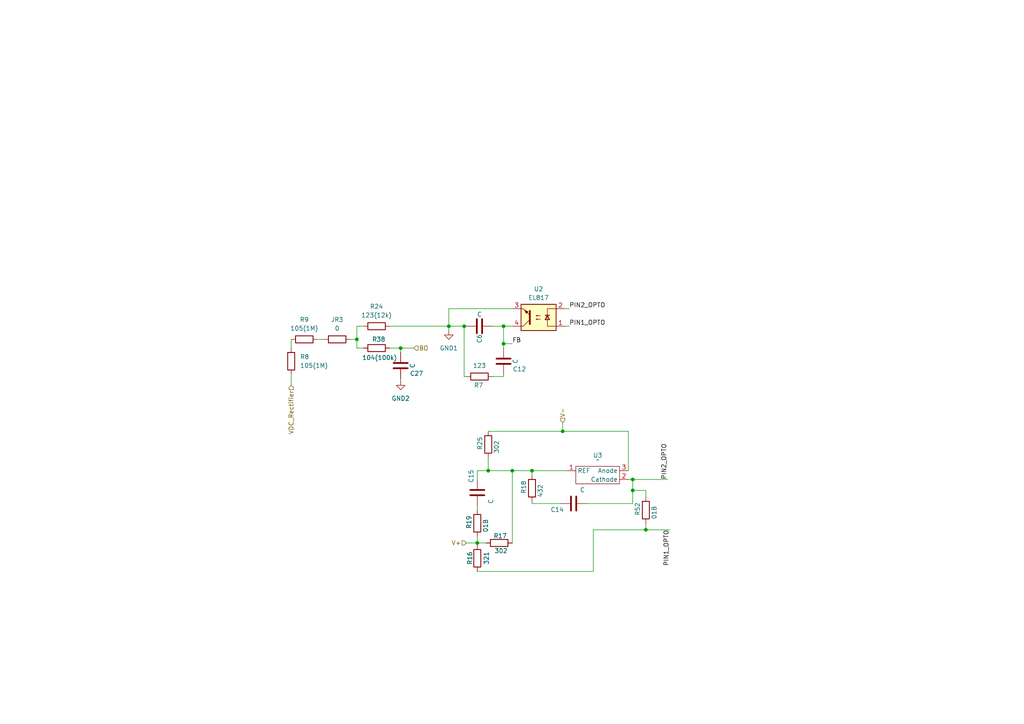
<source format=kicad_sch>
(kicad_sch (version 20250114) (generator "eeschema") (generator_version "9.0")
  (paper "A4")
  (lib_symbols
    (symbol "C_1" (pin_numbers (hide yes)) (pin_names (offset 0.254) (hide yes))
      (property "Reference" "C" (at 0.635 2.54 0))
      (property "Value" "C" (at 0.635 -2.54 0))
      (symbol "C_1_0_1"
        (polyline (pts (xy -2.032 0.762) (xy 2.032 0.762)) (stroke (width 0.508)))
        (polyline (pts (xy -2.032 -0.762) (xy 2.032 -0.762)) (stroke (width 0.508)))
      )
      (symbol "C_1_1_1"
        (pin passive line (at 0 3.81 270) (length 2.794) (name "~") (number "1"))
        (pin passive line (at 0 -3.81 90) (length 2.794) (name "~") (number "2"))
      )
    )
    (symbol "Device:C" (pin_numbers (hide yes)) (pin_names (offset 0.254))
      (property "Reference" "C" (at 0.635 2.54 0))
      (property "Value" "C" (at 0.635 -2.54 0))
      (symbol "C_0_1"
        (polyline (pts (xy -2.032 0.762) (xy 2.032 0.762)) (stroke (width 0.508)))
        (polyline (pts (xy -2.032 -0.762) (xy 2.032 -0.762)) (stroke (width 0.508)))
      )
      (symbol "C_1_1"
        (pin passive line (at 0 3.81 270) (length 2.794) (name "~") (number "1"))
        (pin passive line (at 0 -3.81 90) (length 2.794) (name "~") (number "2"))
      )
    )
    (symbol "Device:R" (pin_numbers (hide yes)) (pin_names (offset 0))
      (property "Reference" "R" (at 2.032 0 90))
      (property "Value" "R" (at 0 0 90))
      (symbol "R_0_1"
        (rectangle (start -1.016 -2.54) (end 1.016 2.54) (stroke (width 0.254)))
      )
      (symbol "R_1_1"
        (pin passive line (at 0 3.81 270) (length 1.27) (name "~") (number "1"))
        (pin passive line (at 0 -3.81 90) (length 1.27) (name "~") (number "2"))
      )
    )
    (symbol "IC:EA1_az431"
      (property "Reference" "U" (at 0 0 0))
      (symbol "EA1_az431_0_1"
        (rectangle (start -6.35 2.54) (end 6.35 -2.54))
      )
      (symbol "EA1_az431_1_1"
        (pin input line (at -8.89 1.27 0) (length 2.54) (name "REF") (number "1"))
        (pin input line (at 8.89 1.27 180) (length 2.54) (name "Anode") (number "3"))
        (pin input line (at 8.89 -1.27 180) (length 2.54) (name "Cathode") (number "2"))
      )
    )
    (symbol "Isolator:EL817" (pin_names (offset 1.016))
      (property "Reference" "U" (at -5.08 5.08 0))
      (property "Value" "EL817" (at 0 5.08 0))
      (symbol "EL817_0_1"
        (rectangle (start -5.08 3.81) (end 5.08 -3.81) (stroke (width 0.254)) (fill (type background)))
        (polyline (pts (xy -5.08 2.54) (xy -2.54 2.54) (xy -2.54 -0.635)))
        (polyline (pts (xy -3.175 -0.635) (xy -1.905 -0.635)) (stroke (width 0.254)))
        (polyline (pts (xy -2.54 -0.635) (xy -2.54 -2.54) (xy -5.08 -2.54)))
        (polyline (pts (xy -2.54 -0.635) (xy -3.175 0.635) (xy -1.905 0.635) (xy -2.54 -0.635)) (stroke (width 0.254)))
        (polyline (pts (xy -0.508 0.508) (xy 0.762 0.508) (xy 0.381 0.381) (xy 0.381 0.635) (xy 0.762 0.508)))
        (polyline (pts (xy -0.508 -0.508) (xy 0.762 -0.508) (xy 0.381 -0.635) (xy 0.381 -0.381) (xy 0.762 -0.508)))
        (polyline (pts (xy 2.54 1.905) (xy 2.54 -1.905) (xy 2.54 -1.905)) (stroke (width 0.508)))
        (polyline (pts (xy 2.54 0.635) (xy 4.445 2.54)))
        (polyline (pts (xy 3.048 -1.651) (xy 3.556 -1.143) (xy 4.064 -2.159) (xy 3.048 -1.651) (xy 3.048 -1.651)) (fill (type outline)))
        (polyline (pts (xy 4.445 2.54) (xy 5.08 2.54)))
        (polyline (pts (xy 4.445 -2.54) (xy 2.54 -0.635)) (fill (type outline)))
        (polyline (pts (xy 4.445 -2.54) (xy 5.08 -2.54)))
      )
      (symbol "EL817_1_1"
        (pin passive line (at -7.62 2.54 0) (length 2.54) (name "~") (number "1"))
        (pin passive line (at -7.62 -2.54 0) (length 2.54) (name "~") (number "2"))
        (pin passive line (at 7.62 2.54 180) (length 2.54) (name "~") (number "4"))
        (pin passive line (at 7.62 -2.54 180) (length 2.54) (name "~") (number "3"))
      )
    )
    (symbol "power:GND1" (power) (pin_numbers (hide yes)) (pin_names (offset 0) (hide yes))
      (property "Value" "GND1" (at 0 -3.81 0))
      (symbol "GND1_0_1"
        (polyline (pts (xy 0 0) (xy 0 -1.27) (xy 1.27 -1.27) (xy 0 -2.54) (xy -1.27 -1.27) (xy 0 -1.27)))
      )
      (symbol "GND1_1_1"
        (pin power_in line (at 0 0 270) (length 0) (name "~") (number "1"))
      )
    )
    (symbol "power:GND2" (power) (pin_numbers (hide yes)) (pin_names (offset 0) (hide yes))
      (property "Value" "GND2" (at 0 -3.81 0))
      (symbol "GND2_0_1"
        (polyline (pts (xy 0 0) (xy 0 -1.27) (xy 1.27 -1.27) (xy 0 -2.54) (xy -1.27 -1.27) (xy 0 -1.27)))
      )
      (symbol "GND2_1_1"
        (pin power_in line (at 0 0 270) (length 0) (name "~") (number "1"))
      )
    )
  )
  (junction (at 148.59 136.525))
  (junction (at 141.605 136.525))
  (junction (at 183.515 142.24))
  (junction (at 103.505 98.425))
  (junction (at 130.175 94.615))
  (junction (at 146.05 94.615))
  (junction (at 116.205 100.965))
  (junction (at 138.43 157.48))
  (junction (at 187.325 153.67))
  (junction (at 146.05 99.695))
  (junction (at 154.305 136.525))
  (junction (at 183.515 139.065))
  (junction (at 163.195 125.095))
  (junction (at 134.62 94.615))
  (wire (pts (xy 141.605 125.095) (xy 163.195 125.095)))
  (wire (pts (xy 135.255 157.48) (xy 138.43 157.48)))
  (wire (pts (xy 138.43 136.525) (xy 138.43 139.065)))
  (wire (pts (xy 134.62 109.22) (xy 135.255 109.22)))
  (wire (pts (xy 138.43 157.48) (xy 138.43 158.115)))
  (wire (pts (xy 92.075 98.425) (xy 93.98 98.425)))
  (wire (pts (xy 148.59 136.525) (xy 154.305 136.525)))
  (wire (pts (xy 138.43 157.48) (xy 140.97 157.48)))
  (wire (pts (xy 154.305 146.05) (xy 154.305 145.415)))
  (wire (pts (xy 183.515 139.065) (xy 193.675 139.065)))
  (wire (pts (xy 172.085 165.735) (xy 138.43 165.735)))
  (wire (pts (xy 113.03 94.615) (xy 130.175 94.615)))
  (wire (pts (xy 130.175 94.615) (xy 134.62 94.615)))
  (wire (pts (xy 138.43 157.48) (xy 138.43 155.575)))
  (wire (pts (xy 142.875 94.615) (xy 146.05 94.615)))
  (wire (pts (xy 103.505 94.615) (xy 105.41 94.615)))
  (wire (pts (xy 146.05 99.695) (xy 146.05 100.965)))
  (wire (pts (xy 187.325 142.24) (xy 183.515 142.24)))
  (wire (pts (xy 187.325 142.24) (xy 187.325 144.145)))
  (wire (pts (xy 146.05 108.585) (xy 146.05 109.22)))
  (wire (pts (xy 163.195 125.095) (xy 182.245 125.095)))
  (wire (pts (xy 148.59 89.535) (xy 130.175 89.535)))
  (wire (pts (xy 183.515 139.065) (xy 183.515 142.24)))
  (wire (pts (xy 130.175 94.615) (xy 130.175 95.885)))
  (wire (pts (xy 134.62 94.615) (xy 134.62 109.22)))
  (wire (pts (xy 141.605 136.525) (xy 148.59 136.525)))
  (wire (pts (xy 154.305 136.525) (xy 164.465 136.525)))
  (wire (pts (xy 148.59 136.525) (xy 148.59 157.48)))
  (wire (pts (xy 103.505 98.425) (xy 101.6 98.425)))
  (wire (pts (xy 141.605 132.715) (xy 141.605 136.525)))
  (wire (pts (xy 113.03 100.965) (xy 116.205 100.965)))
  (wire (pts (xy 84.455 108.585) (xy 84.455 111.76)))
  (wire (pts (xy 183.515 142.24) (xy 183.515 146.05)))
  (wire (pts (xy 172.085 153.67) (xy 187.325 153.67)))
  (wire (pts (xy 103.505 100.965) (xy 103.505 98.425)))
  (wire (pts (xy 84.455 98.425) (xy 84.455 100.965)))
  (wire (pts (xy 194.31 153.67) (xy 187.325 153.67)))
  (wire (pts (xy 163.195 122.555) (xy 163.195 125.095)))
  (wire (pts (xy 187.325 151.765) (xy 187.325 153.67)))
  (wire (pts (xy 182.245 136.525) (xy 182.245 125.095)))
  (wire (pts (xy 116.205 100.965) (xy 120.015 100.965)))
  (wire (pts (xy 170.18 146.05) (xy 183.515 146.05)))
  (wire (pts (xy 130.175 89.535) (xy 130.175 94.615)))
  (wire (pts (xy 134.62 94.615) (xy 135.255 94.615)))
  (wire (pts (xy 162.56 146.05) (xy 154.305 146.05)))
  (wire (pts (xy 163.83 89.535) (xy 165.1 89.535)))
  (wire (pts (xy 154.305 136.525) (xy 154.305 137.795)))
  (wire (pts (xy 138.43 146.685) (xy 138.43 147.955)))
  (wire (pts (xy 146.05 94.615) (xy 148.59 94.615)))
  (wire (pts (xy 105.41 100.965) (xy 103.505 100.965)))
  (wire (pts (xy 148.59 99.695) (xy 146.05 99.695)))
  (wire (pts (xy 141.605 136.525) (xy 138.43 136.525)))
  (wire (pts (xy 103.505 94.615) (xy 103.505 98.425)))
  (wire (pts (xy 116.205 110.49) (xy 116.205 109.855)))
  (wire (pts (xy 142.875 109.22) (xy 146.05 109.22)))
  (wire (pts (xy 116.205 100.965) (xy 116.205 102.235)))
  (wire (pts (xy 146.05 94.615) (xy 146.05 99.695)))
  (wire (pts (xy 182.245 139.065) (xy 183.515 139.065)))
  (wire (pts (xy 163.83 94.615) (xy 165.1 94.615)))
  (wire (pts (xy 172.085 153.67) (xy 172.085 165.735)))
  (label "FB" (at 148.59 99.695 0))
  (label "PIN1_OPTO" (at 194.31 153.67 270))
  (label "PIN2_OPTO" (at 165.1 89.535 0))
  (label "PIN1_OPTO" (at 165.1 94.615 0))
  (label "PIN2_OPTO" (at 193.675 139.065 90))
  (hierarchical_label "V-" (shape input) (at 163.195 122.555 90))
  (hierarchical_label "VDC_Rectifier" (shape input) (at 84.455 111.76 270))
  (hierarchical_label "V+" (shape input) (at 135.255 157.48 180))
  (hierarchical_label "BO" (shape input) (at 120.015 100.965 0))
  (symbol (lib_id "Device:R") (at 144.78 157.48 90) (unit 1)
    (property "Reference" "R17" (at 143.129 155.448 90) (effects (justify right)))
    (property "Value" "302" (at 143.383 159.766 90) (effects (justify right)))
    (property "Description" "Resistor" (effects (hide yes)))
  )
  (symbol (lib_id "Device:C") (at 166.37 146.05 90) (unit 1)
    (property "Reference" "C14" (at 163.576 147.828 90) (effects (justify left)))
    (property "Value" "C" (at 169.672 142.113 90) (effects (justify left)))
    (property "Datasheet" "https://www.mouser.com/catalog/supplier/library/pdf/MurataHighVoltageCeramic.pdf" (effects (hide yes)))
    (property "Description" "Unpolarized capacitor" (effects (hide yes)))
  )
  (symbol (lib_id "Isolator:EL817") (at 156.21 92.075 180) (unit 1)
    (property "Reference" "U2" (at 156.21 83.82 0))
    (property "Value" "EL817" (at 156.21 86.36 0))
    (property "Footprint" "Package_DIP:DIP-4_W7.62mm" (effects (hide yes)))
    (property "Datasheet" "http://www.everlight.com/file/ProductFile/EL817.pdf" (effects (hide yes)))
    (property "Description" "DC Optocoupler, Vce 35V, DIP-4" (effects (hide yes)))
  )
  (symbol (lib_id "Device:R") (at 97.79 98.425 270) (unit 1)
    (property "Reference" "JR3" (at 97.79 92.71 90))
    (property "Value" "0" (at 97.79 95.25 90))
    (property "Description" "Resistor" (effects (hide yes)))
  )
  (symbol (lib_name "C_1") (lib_id "Device:C") (at 146.05 104.775 0) (unit 1)
    (property "Reference" "C12" (at 148.717 107.061 0) (effects (justify left)))
    (property "Value" "C" (at 149.479 105.537 90) (effects (justify left)))
    (property "Datasheet" "https://www.mouser.com/catalog/supplier/library/pdf/MurataHighVoltageCeramic.pdf" (effects (hide yes)))
    (property "Description" "Unpolarized capacitor" (effects (hide yes)))
  )
  (symbol (lib_id "Device:C") (at 138.43 142.875 0) (unit 1)
    (property "Reference" "C15" (at 136.652 140.081 90) (effects (justify left)))
    (property "Value" "C" (at 142.367 146.177 90) (effects (justify left)))
    (property "Datasheet" "https://www.mouser.com/catalog/supplier/library/pdf/MurataHighVoltageCeramic.pdf" (effects (hide yes)))
    (property "Description" "Unpolarized capacitor" (effects (hide yes)))
  )
  (symbol (lib_id "Device:R") (at 88.265 98.425 270) (unit 1)
    (property "Reference" "R9" (at 88.265 92.71 90))
    (property "Value" "105(1M)" (at 88.265 95.25 90))
    (property "Description" "Resistor" (effects (hide yes)))
  )
  (symbol (lib_id "Device:R") (at 84.455 104.775 0) (unit 1)
    (property "Reference" "R8" (at 86.995 103.5049 0) (effects (justify left)))
    (property "Value" "105(1M)" (at 86.995 106.0449 0) (effects (justify left)))
    (property "Description" "Resistor" (effects (hide yes)))
  )
  (symbol (lib_id "Device:R") (at 141.605 128.905 180) (unit 1)
    (property "Reference" "R25" (at 139.192 130.556 90) (effects (justify right)))
    (property "Value" "302" (at 144.018 131.572 90) (effects (justify right)))
    (property "Description" "Resistor" (effects (hide yes)))
  )
  (symbol (lib_id "power:GND1") (at 130.175 95.885 0) (unit 1)
    (property "Reference" "#PWR07" (effects (hide yes)))
    (property "Value" "GND1" (at 130.175 100.965 0))
    (property "Description" "Power symbol creates a global label with name \"GND1\" , ground" (effects (hide yes)))
  )
  (symbol (lib_id "Device:R") (at 187.325 147.955 180) (unit 1)
    (property "Reference" "R52" (at 184.912 149.606 90) (effects (justify right)))
    (property "Value" "01B" (at 189.738 150.622 90) (effects (justify right)))
    (property "Description" "Resistor" (effects (hide yes)))
  )
  (symbol (lib_id "Device:R") (at 138.43 151.765 180) (unit 1)
    (property "Reference" "R19" (at 136.017 153.416 90) (effects (justify right)))
    (property "Value" "01B" (at 140.843 154.432 90) (effects (justify right)))
    (property "Description" "Resistor" (effects (hide yes)))
  )
  (symbol (lib_id "Device:R") (at 154.305 141.605 180) (unit 1)
    (property "Reference" "R18" (at 151.892 143.256 90) (effects (justify right)))
    (property "Value" "432" (at 156.718 144.272 90) (effects (justify right)))
    (property "Description" "Resistor" (effects (hide yes)))
  )
  (symbol (lib_id "IC:EA1_az431") (at 173.355 137.795 0) (unit 1)
    (property "Reference" "U3" (at 173.355 132.08 0))
    (property "Value" "~" (at 173.355 133.35 0))
    (property "Footprint" "ic:EA1_az431" (effects (hide yes)))
    (property "Datasheet" "https://www.alldatasheet.com/datasheet-pdf/view/137251/BCDSEMI/AZ431AN-ATRE1.html" (effects (hide yes)))
  )
  (symbol (lib_id "Device:R") (at 139.065 109.22 270) (unit 1)
    (property "Reference" "R7" (at 138.811 111.76 90))
    (property "Value" "123" (at 139.065 106.045 90))
    (property "Description" "Resistor" (effects (hide yes)))
  )
  (symbol (lib_id "Device:C") (at 139.065 94.615 90) (unit 1)
    (property "Reference" "C6" (at 139.065 99.568 0) (effects (justify left)))
    (property "Value" "C" (at 139.827 91.186 90) (effects (justify left)))
    (property "Datasheet" "https://www.mouser.com/catalog/supplier/library/pdf/MurataHighVoltageCeramic.pdf" (effects (hide yes)))
    (property "Description" "Unpolarized capacitor" (effects (hide yes)))
  )
  (symbol (lib_name "C_1") (lib_id "Device:C") (at 116.205 106.045 0) (unit 1)
    (property "Reference" "C27" (at 118.872 108.331 0) (effects (justify left)))
    (property "Value" "C" (at 119.634 106.807 90) (effects (justify left)))
    (property "Datasheet" "https://www.mouser.com/catalog/supplier/library/pdf/MurataHighVoltageCeramic.pdf" (effects (hide yes)))
    (property "Description" "Unpolarized capacitor" (effects (hide yes)))
  )
  (symbol (lib_id "power:GND2") (at 116.205 110.49 0) (unit 1)
    (property "Reference" "#PWR017" (effects (hide yes)))
    (property "Value" "GND2" (at 116.205 115.57 0))
    (property "Description" "Power symbol creates a global label with name \"GND2\" , ground" (effects (hide yes)))
  )
  (symbol (lib_id "Device:R") (at 138.43 161.925 180) (unit 1)
    (property "Reference" "R16" (at 136.271 163.83 90) (effects (justify right)))
    (property "Value" "321" (at 141.097 163.83 90) (effects (justify right)))
    (property "Description" "Resistor" (effects (hide yes)))
  )
  (symbol (lib_id "Device:R") (at 109.22 94.615 270) (unit 1)
    (property "Reference" "R24" (at 109.22 88.9 90))
    (property "Value" "123(12k)" (at 109.22 91.44 90))
    (property "Description" "Resistor" (effects (hide yes)))
  )
  (symbol (lib_id "Device:R") (at 109.22 100.965 270) (unit 1)
    (property "Reference" "R38" (at 109.855 98.425 90))
    (property "Value" "104(100k)" (at 110.109 103.759 90))
    (property "Description" "Resistor" (effects (hide yes)))
  )
)
</source>
